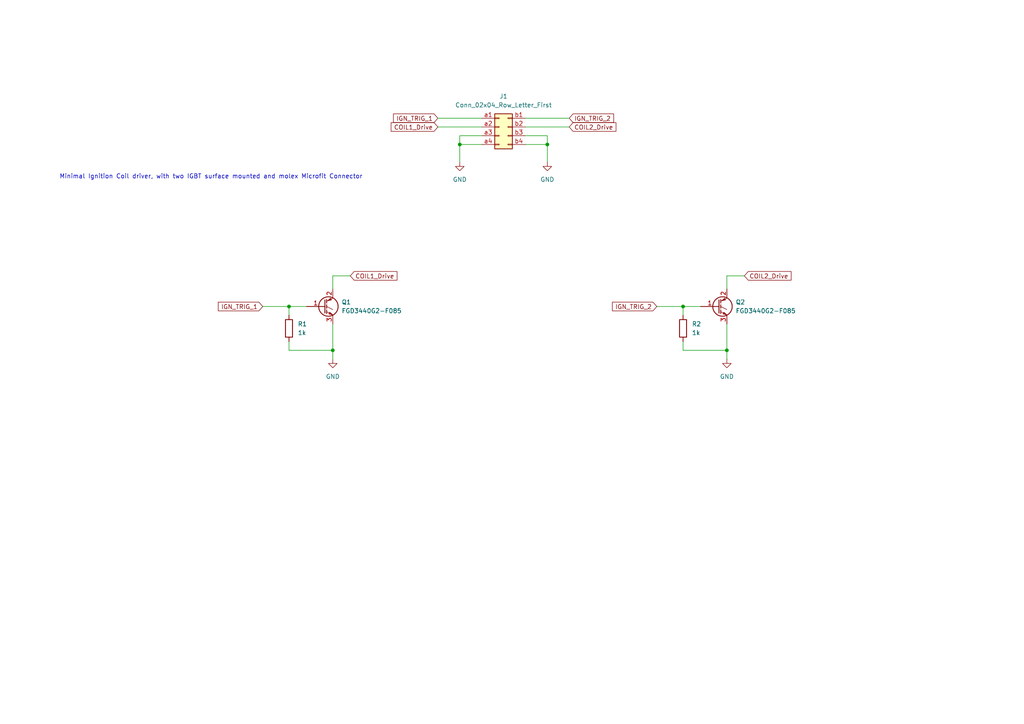
<source format=kicad_sch>
(kicad_sch (version 20231120) (generator "eeschema") (generator_version "8.0")
  (paper "A4")
  (lib_symbols
    (symbol "Connector_Generic:Conn_02x04_Row_Letter_First" (pin_names (offset 1.016) hide)
      (property "Reference" "J" (at 1.27 5.08 0))
      (property "Value" "Conn_02x04_Row_Letter_First" (at 1.27 -7.62 0))
      (symbol "Conn_02x04_Row_Letter_First_1_1"
        (rectangle (start -1.27 -4.953) (end 0 -5.207) (stroke (width 0.1524)))
        (rectangle (start -1.27 -2.413) (end 0 -2.667) (stroke (width 0.1524)))
        (rectangle (start -1.27 0.127) (end 0 -0.127) (stroke (width 0.1524)))
        (rectangle (start -1.27 2.667) (end 0 2.413) (stroke (width 0.1524)))
        (rectangle (start -1.27 3.81) (end 3.81 -6.35) (stroke (width 0.254)) (fill (type background)))
        (rectangle (start 3.81 -4.953) (end 2.54 -5.207) (stroke (width 0.1524)))
        (rectangle (start 3.81 -2.413) (end 2.54 -2.667) (stroke (width 0.1524)))
        (rectangle (start 3.81 0.127) (end 2.54 -0.127) (stroke (width 0.1524)))
        (rectangle (start 3.81 2.667) (end 2.54 2.413) (stroke (width 0.1524)))
        (pin passive line (at -5.08 2.54 0) (length 3.81) (name "Pin_a1") (number "a1"))
        (pin passive line (at -5.08 0 0) (length 3.81) (name "Pin_a2") (number "a2"))
        (pin passive line (at -5.08 -2.54 0) (length 3.81) (name "Pin_a3") (number "a3"))
        (pin passive line (at -5.08 -5.08 0) (length 3.81) (name "Pin_a4") (number "a4"))
        (pin passive line (at 7.62 2.54 180) (length 3.81) (name "Pin_b1") (number "b1"))
        (pin passive line (at 7.62 0 180) (length 3.81) (name "Pin_b2") (number "b2"))
        (pin passive line (at 7.62 -2.54 180) (length 3.81) (name "Pin_b3") (number "b3"))
        (pin passive line (at 7.62 -5.08 180) (length 3.81) (name "Pin_b4") (number "b4"))
      )
    )
    (symbol "Device:Q_NIGBT_GCE" (pin_names (offset 0) hide)
      (property "Reference" "Q" (at 5.08 1.27 0))
      (property "Value" "Q_NIGBT_GCE" (at 5.08 -1.27 0))
      (symbol "Q_NIGBT_GCE_0_1"
        (polyline (pts (xy 0.762 -1.016) (xy 0.762 -2.032)) (stroke (width 0.254)))
        (polyline (pts (xy 0.762 0.508) (xy 0.762 -0.508)) (stroke (width 0.254)))
        (polyline (pts (xy 0.762 2.032) (xy 0.762 1.016)) (stroke (width 0.254)))
        (polyline (pts (xy 2.54 -2.413) (xy 0.762 -1.524)))
        (polyline (pts (xy 2.54 -0.889) (xy 0.762 0)))
        (polyline (pts (xy 2.54 2.413) (xy 0.762 1.524)))
        (polyline (pts (xy 0.254 1.905) (xy 0.254 -1.905) (xy 0.254 -1.905)) (stroke (width 0.254)))
        (polyline (pts (xy 1.397 -2.159) (xy 1.651 -1.651) (xy 2.54 -2.413) (xy 1.397 -2.159)) (fill (type outline)))
        (polyline (pts (xy 2.159 1.905) (xy 1.905 2.413) (xy 1.016 1.651) (xy 2.159 1.905)) (fill (type outline)))
        (circle (center 1.27 0) (radius 2.8194) (stroke (width 0.254)))
      )
      (symbol "Q_NIGBT_GCE_1_1"
        (pin input line (at -5.08 0 0) (length 5.334) (name "G") (number "1"))
        (pin passive line (at 2.54 5.08 270) (length 2.54) (name "C") (number "2"))
        (pin passive line (at 2.54 -5.08 90) (length 2.54) (name "E") (number "3"))
      )
    )
    (symbol "Device:R" (pin_numbers hide) (pin_names (offset 0))
      (property "Reference" "R" (at 2.032 0 90))
      (property "Value" "R" (at 0 0 90))
      (symbol "R_0_1"
        (rectangle (start -1.016 -2.54) (end 1.016 2.54) (stroke (width 0.254)))
      )
      (symbol "R_1_1"
        (pin passive line (at 0 3.81 270) (length 1.27) (name "~") (number "1"))
        (pin passive line (at 0 -3.81 90) (length 1.27) (name "~") (number "2"))
      )
    )
    (symbol "power:GND" (power) (pin_numbers hide) (pin_names (offset 0) hide)
      (property "Value" "GND" (at 0 -3.81 0))
      (symbol "GND_0_1"
        (polyline (pts (xy 0 0) (xy 0 -1.27) (xy 1.27 -1.27) (xy 0 -2.54) (xy -1.27 -1.27) (xy 0 -1.27)))
      )
      (symbol "GND_1_1"
        (pin power_in line (at 0 0 270) (length 0) (name "~") (number "1"))
      )
    )
  )
  (junction (at 96.52 101.6))
  (junction (at 198.12 88.9))
  (junction (at 133.35 41.91))
  (junction (at 158.75 41.91))
  (junction (at 83.82 88.9))
  (junction (at 210.82 101.6))
  (wire (pts (xy 152.4 36.83) (xy 165.1 36.83)))
  (wire (pts (xy 133.35 41.91) (xy 139.7 41.91)))
  (wire (pts (xy 198.12 91.44) (xy 198.12 88.9)))
  (wire (pts (xy 83.82 101.6) (xy 96.52 101.6)))
  (wire (pts (xy 152.4 41.91) (xy 158.75 41.91)))
  (wire (pts (xy 83.82 88.9) (xy 88.9 88.9)))
  (wire (pts (xy 198.12 88.9) (xy 203.2 88.9)))
  (wire (pts (xy 96.52 101.6) (xy 96.52 104.14)))
  (wire (pts (xy 133.35 41.91) (xy 133.35 39.37)))
  (wire (pts (xy 210.82 80.01) (xy 215.9 80.01)))
  (wire (pts (xy 158.75 41.91) (xy 158.75 39.37)))
  (wire (pts (xy 133.35 46.99) (xy 133.35 41.91)))
  (wire (pts (xy 76.2 88.9) (xy 83.82 88.9)))
  (wire (pts (xy 210.82 80.01) (xy 210.82 83.82)))
  (wire (pts (xy 158.75 46.99) (xy 158.75 41.91)))
  (wire (pts (xy 127 36.83) (xy 139.7 36.83)))
  (wire (pts (xy 190.5 88.9) (xy 198.12 88.9)))
  (wire (pts (xy 133.35 39.37) (xy 139.7 39.37)))
  (wire (pts (xy 198.12 99.06) (xy 198.12 101.6)))
  (wire (pts (xy 210.82 101.6) (xy 210.82 104.14)))
  (wire (pts (xy 96.52 80.01) (xy 101.6 80.01)))
  (wire (pts (xy 83.82 91.44) (xy 83.82 88.9)))
  (wire (pts (xy 96.52 80.01) (xy 96.52 83.82)))
  (wire (pts (xy 210.82 93.98) (xy 210.82 101.6)))
  (wire (pts (xy 158.75 39.37) (xy 152.4 39.37)))
  (wire (pts (xy 152.4 34.29) (xy 165.1 34.29)))
  (wire (pts (xy 83.82 99.06) (xy 83.82 101.6)))
  (wire (pts (xy 96.52 93.98) (xy 96.52 101.6)))
  (wire (pts (xy 127 34.29) (xy 139.7 34.29)))
  (wire (pts (xy 198.12 101.6) (xy 210.82 101.6)))
  (text "Minimal Ignition Coil driver, with two IGBT surface mounted and molex Microfit Connector" (at 61.214 51.308 0) (effects (font (size 1.27 1.27))))
  (global_label "COIL1_Drive" (shape input) (at 127 36.83 180) (property "Intersheetrefs" "${INTERSHEET_REFS}" (effects (hide yes))))
  (global_label "IGN_TRIG_1" (shape input) (at 127 34.29 180) (property "Intersheetrefs" "${INTERSHEET_REFS}" (effects (hide yes))))
  (global_label "COIL2_Drive" (shape input) (at 215.9 80.01 0) (property "Intersheetrefs" "${INTERSHEET_REFS}" (effects (hide yes))))
  (global_label "COIL2_Drive" (shape input) (at 165.1 36.83 0) (property "Intersheetrefs" "${INTERSHEET_REFS}" (effects (hide yes))))
  (global_label "COIL1_Drive" (shape input) (at 101.6 80.01 0) (property "Intersheetrefs" "${INTERSHEET_REFS}" (effects (hide yes))))
  (global_label "IGN_TRIG_2" (shape input) (at 190.5 88.9 180) (property "Intersheetrefs" "${INTERSHEET_REFS}" (effects (hide yes))))
  (global_label "IGN_TRIG_2" (shape input) (at 165.1 34.29 0) (property "Intersheetrefs" "${INTERSHEET_REFS}" (effects (hide yes))))
  (global_label "IGN_TRIG_1" (shape input) (at 76.2 88.9 180) (property "Intersheetrefs" "${INTERSHEET_REFS}" (effects (hide yes))))
  (symbol (lib_id "Device:R") (at 198.12 95.25 0) (unit 1)
    (property "Reference" "R2" (at 200.66 93.9799 0) (effects (justify left)))
    (property "Value" "1k" (at 200.66 96.5199 0) (effects (justify left)))
    (property "Footprint" "Resistor_SMD:R_0805_2012Metric_Pad1.20x1.40mm_HandSolder" (effects (hide yes)))
    (property "Description" "Resistor" (effects (hide yes)))
  )
  (symbol (lib_id "Device:Q_NIGBT_GCE") (at 208.28 88.9 0) (unit 1)
    (property "Reference" "Q2" (at 213.36 87.6299 0) (effects (justify left)))
    (property "Value" "FGD3440G2-F085" (at 213.36 90.1699 0) (effects (justify left)))
    (property "Footprint" "Package_TO_SOT_SMD:TO-252-2" (effects (hide yes)))
    (property "Description" "N-IGBT transistor, gate/collector/emitter" (effects (hide yes)))
  )
  (symbol (lib_id "power:GND") (at 133.35 46.99 0) (unit 1)
    (property "Reference" "#PWR03" (effects (hide yes)))
    (property "Value" "GND" (at 133.35 52.07 0))
    (property "Description" "Power symbol creates a global label with name \"GND\" , ground" (effects (hide yes)))
  )
  (symbol (lib_id "Connector_Generic:Conn_02x04_Row_Letter_First") (at 144.78 36.83 0) (unit 1)
    (property "Reference" "J1" (at 146.05 27.94 0))
    (property "Value" "Conn_02x04_Row_Letter_First" (at 146.05 30.48 0))
    (property "Footprint" "Connector_Molex:Molex_Micro-Fit_3.0_43045-0821_2x04-1MP_P3.00mm_Horizontal" (effects (hide yes)))
    (property "Description" "Generic connector, double row, 02x04, row letter first pin numbering scheme (pin number consists of a letter for the row and a number for the pin index in this row. a1, ..., aN; b1, ..., bN), script generated (kicad-library-utils/schlib/autogen/connector/)" (effects (hide yes)))
  )
  (symbol (lib_id "Device:R") (at 83.82 95.25 0) (unit 1)
    (property "Reference" "R1" (at 86.36 93.9799 0) (effects (justify left)))
    (property "Value" "1k" (at 86.36 96.5199 0) (effects (justify left)))
    (property "Footprint" "Resistor_SMD:R_0805_2012Metric_Pad1.20x1.40mm_HandSolder" (effects (hide yes)))
    (property "Description" "Resistor" (effects (hide yes)))
  )
  (symbol (lib_id "power:GND") (at 158.75 46.99 0) (unit 1)
    (property "Reference" "#PWR04" (effects (hide yes)))
    (property "Value" "GND" (at 158.75 52.07 0))
    (property "Description" "Power symbol creates a global label with name \"GND\" , ground" (effects (hide yes)))
  )
  (symbol (lib_id "Device:Q_NIGBT_GCE") (at 93.98 88.9 0) (unit 1)
    (property "Reference" "Q1" (at 99.06 87.6299 0) (effects (justify left)))
    (property "Value" "FGD3440G2-F085" (at 99.06 90.1699 0) (effects (justify left)))
    (property "Footprint" "Package_TO_SOT_SMD:TO-252-2" (effects (hide yes)))
    (property "Description" "N-IGBT transistor, gate/collector/emitter" (effects (hide yes)))
  )
  (symbol (lib_id "power:GND") (at 210.82 104.14 0) (unit 1)
    (property "Reference" "#PWR02" (effects (hide yes)))
    (property "Value" "GND" (at 210.82 109.22 0))
    (property "Description" "Power symbol creates a global label with name \"GND\" , ground" (effects (hide yes)))
  )
  (symbol (lib_id "power:GND") (at 96.52 104.14 0) (unit 1)
    (property "Reference" "#PWR01" (effects (hide yes)))
    (property "Value" "GND" (at 96.52 109.22 0))
    (property "Description" "Power symbol creates a global label with name \"GND\" , ground" (effects (hide yes)))
  )
)
</source>
